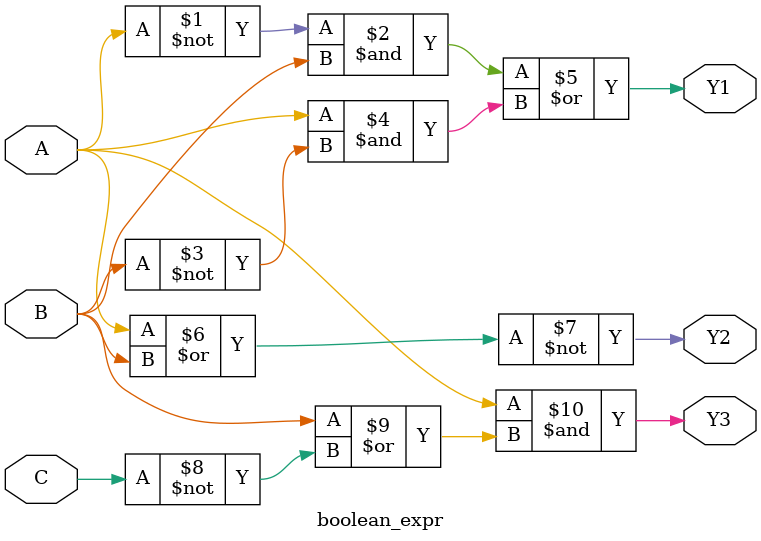
<source format=v>
module boolean_expr(
    input A,
    input B,
    input C,
    output Y1,
    output Y2,
    output Y3
);
    // Expression 1: Y1 = A'B + AB'
    assign Y1 = (~A & B) | (A & ~B);

    // Expression 2: Y2 = (A + B)'
    assign Y2 = ~(A | B);

    // Expression 3: Y3 = A(B + C')
    assign Y3 = A & (B | ~C);
endmodule

</source>
